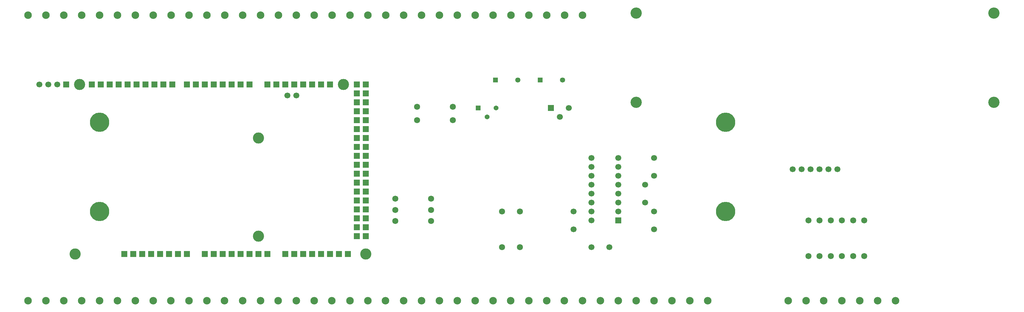
<source format=gbr>
G04 DipTrace 3.3.1.3*
G04 BottomMask.gbr*
%MOIN*%
G04 #@! TF.FileFunction,Soldermask,Bot*
G04 #@! TF.Part,Single*
%ADD34C,0.125*%
%ADD35C,0.216535*%
%ADD36C,0.125984*%
%ADD46R,0.053871X0.053871*%
%ADD48C,0.053871*%
%ADD50C,0.066929*%
%ADD51C,0.066929*%
%ADD53C,0.067874*%
%ADD55C,0.067874*%
%ADD57C,0.057874*%
%ADD59R,0.057874X0.057874*%
%ADD61R,0.066929X0.066929*%
%ADD63C,0.084646*%
%FSLAX26Y26*%
G04*
G70*
G90*
G75*
G01*
G04 BotMask*
%LPD*%
D63*
X2613058Y3867979D3*
X2809908D3*
X3013058D3*
X3209908D3*
X3413058D3*
X3609908D3*
X6213058D3*
X6409908D3*
X613058Y667979D3*
X809908D3*
X6613058Y3867979D3*
X6809908D3*
X4613058D3*
X4809908D3*
D61*
X4388058Y1392979D3*
Y1492979D3*
Y1592979D3*
Y1692979D3*
Y1792979D3*
Y1892979D3*
Y1992979D3*
Y2092979D3*
Y2192979D3*
Y2292979D3*
Y2392979D3*
Y2492979D3*
Y2592979D3*
Y2692979D3*
Y2792979D3*
Y2892979D3*
Y2992979D3*
X4288058Y3092979D3*
Y1392979D3*
Y1492979D3*
Y1592979D3*
Y1692979D3*
Y1792979D3*
Y1892979D3*
Y1992979D3*
Y2092979D3*
Y2192979D3*
Y2292979D3*
Y2392979D3*
Y2492979D3*
Y2592979D3*
Y2692979D3*
Y2792979D3*
Y2892979D3*
Y2992979D3*
X4388058Y3092979D3*
X2188058Y1192979D3*
X1988058D3*
X1888058D3*
X1788058D3*
X1688058D3*
X3088058D3*
X2988058D3*
X2888058D3*
X2788058D3*
X2688058D3*
X2588058D3*
X2226058Y3092979D3*
X2126058D3*
X2026058D3*
X1926058D3*
X1826058D3*
X1726058D3*
X1626058D3*
X1525058D3*
X1426058D3*
X1326058D3*
X3088058D3*
X2988058D3*
X2888058D3*
X2788058D3*
X2688058D3*
X2588058D3*
X2488058D3*
X2388058D3*
X3288058D3*
X3388058D3*
X3488058D3*
X3588058D3*
X3688058D3*
X3788058D3*
X3888058D3*
X3988058D3*
X3188058Y1192979D3*
X3288058D3*
X3488058D3*
X3588058D3*
X3688058D3*
X3788058D3*
X3888058D3*
X3988058D3*
X4088058D3*
X4188058D3*
X2088058D3*
X2388058D3*
X2288058D3*
D34*
X1138058D3*
X1188058Y3092979D3*
X3188058Y1392979D3*
Y2492979D3*
X4388058Y1192979D3*
X4138058Y3092979D3*
D63*
X1013058Y3867979D3*
X1209908D3*
D59*
X5838058Y3142979D3*
D57*
X6088058D3*
D63*
X9113058Y667979D3*
X9309908D3*
X9506759D3*
X5013058Y3867979D3*
X5209908D3*
X5413058D3*
X5609908D3*
X5813058D3*
X6009908D3*
X1013058Y667979D3*
X1209908D3*
X1413058D3*
X1609908D3*
X1813058D3*
X2009908D3*
X2206759D3*
X1413058Y3867979D3*
X1609908D3*
D55*
X5363058Y2842979D3*
D53*
X4963058D3*
D59*
X6338058Y3142979D3*
D57*
X6588058D3*
D63*
X6813058Y667979D3*
X7009908D3*
X5613058D3*
X5809908D3*
X6006759D3*
X6213058D3*
X6409908D3*
X6606759D3*
X7213058D3*
X7409908D3*
X7613058D3*
X7809908D3*
X8013058D3*
X8209908D3*
X2413058D3*
X2609908D3*
X2806759D3*
D61*
X7213058Y1567979D3*
D51*
Y1667979D3*
Y1767979D3*
Y1867979D3*
Y1967979D3*
Y2067979D3*
Y2167979D3*
Y2267979D3*
X6913058D3*
Y2167979D3*
Y2067979D3*
Y1967979D3*
Y1867979D3*
Y1767979D3*
Y1667979D3*
Y1567979D3*
D55*
X9463058Y1167979D3*
D53*
Y1567979D3*
D55*
X9338058Y1167979D3*
D53*
Y1567979D3*
D55*
X9588058Y1167979D3*
D53*
Y1567979D3*
D55*
X9713058Y1167979D3*
D53*
Y1567979D3*
D55*
X9838058Y1167979D3*
D53*
Y1567979D3*
D55*
X9963058Y1167979D3*
D53*
Y1567979D3*
D55*
X4963058Y2692979D3*
D53*
X5363058D3*
D55*
X4718701Y1811399D3*
D53*
X5118701D3*
D55*
X4718701Y1686399D3*
D53*
X5118701D3*
D55*
X4718701Y1561399D3*
D53*
X5118701D3*
D35*
X1413058Y2667979D3*
Y1667979D3*
D61*
X6456807Y2830479D3*
D51*
X6556807Y2730479D3*
D50*
X6656807Y2830479D3*
X7613058Y1467979D3*
Y1667979D3*
X7513058Y1967979D3*
Y1767979D3*
X7613058Y2067979D3*
Y2267979D3*
X6713058Y1467979D3*
Y1667979D3*
X6913058Y1267979D3*
X7113058D3*
X3513058Y2967979D3*
X3613058D3*
D55*
X5913058Y1267979D3*
D53*
Y1667979D3*
D55*
X6113058Y1267979D3*
D53*
Y1667979D3*
D50*
X9663058Y2142979D3*
X9163058D3*
D36*
X11413058Y2892979D3*
Y3892979D3*
X7413058D3*
Y2892979D3*
D50*
X9563058Y2142979D3*
X9463058D3*
X9363058D3*
X9263058D3*
D35*
X8413058Y2667979D3*
Y1667979D3*
D63*
X613058Y3867979D3*
X809908D3*
X1813058D3*
X2009908D3*
X2213058D3*
X2409908D3*
X3813058D3*
X4009908D3*
X4213058D3*
X4409908D3*
X9713058Y667979D3*
X9909908D3*
X10113058D3*
X10309908D3*
X3013058D3*
X3209908D3*
X3406759D3*
X3613058D3*
X3809908D3*
X4006759D3*
X4213058D3*
X4409908D3*
X4606759D3*
X4813058D3*
X5009908D3*
X5213058D3*
X5409908D3*
D48*
X5844307Y2830479D3*
D46*
X5644307D3*
D48*
X5744307Y2730479D3*
D61*
X1038845Y3092979D3*
D51*
X938845D3*
X838845D3*
X738845D3*
M02*

</source>
